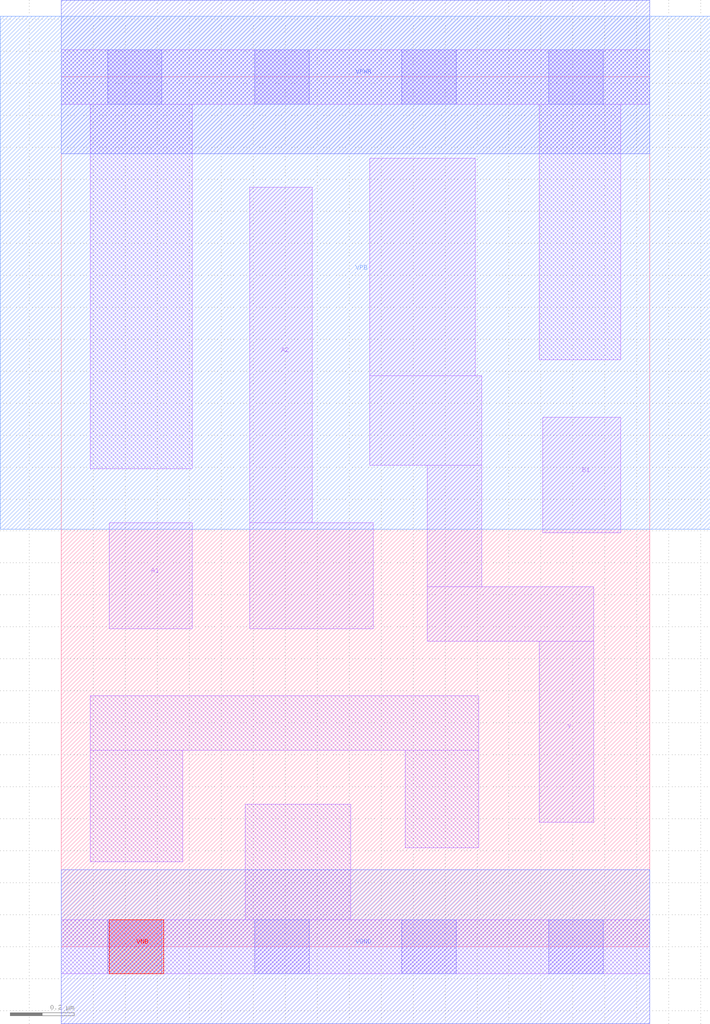
<source format=lef>
# Copyright 2020 The SkyWater PDK Authors
#
# Licensed under the Apache License, Version 2.0 (the "License");
# you may not use this file except in compliance with the License.
# You may obtain a copy of the License at
#
#     https://www.apache.org/licenses/LICENSE-2.0
#
# Unless required by applicable law or agreed to in writing, software
# distributed under the License is distributed on an "AS IS" BASIS,
# WITHOUT WARRANTIES OR CONDITIONS OF ANY KIND, either express or implied.
# See the License for the specific language governing permissions and
# limitations under the License.
#
# SPDX-License-Identifier: Apache-2.0

VERSION 5.7 ;
  NOWIREEXTENSIONATPIN ON ;
  DIVIDERCHAR "/" ;
  BUSBITCHARS "[]" ;
MACRO sky130_fd_sc_hd__o21ai_1
  CLASS CORE ;
  FOREIGN sky130_fd_sc_hd__o21ai_1 ;
  ORIGIN  0.000000  0.000000 ;
  SIZE  1.840000 BY  2.720000 ;
  SYMMETRY X Y R90 ;
  SITE unithd ;
  PIN A1
    ANTENNAGATEAREA  0.247500 ;
    DIRECTION INPUT ;
    USE SIGNAL ;
    PORT
      LAYER li1 ;
        RECT 0.150000 0.995000 0.410000 1.325000 ;
    END
  END A1
  PIN A2
    ANTENNAGATEAREA  0.247500 ;
    DIRECTION INPUT ;
    USE SIGNAL ;
    PORT
      LAYER li1 ;
        RECT 0.590000 0.995000 0.975000 1.325000 ;
        RECT 0.590000 1.325000 0.785000 2.375000 ;
    END
  END A2
  PIN B1
    ANTENNAGATEAREA  0.202500 ;
    DIRECTION INPUT ;
    USE SIGNAL ;
    PORT
      LAYER li1 ;
        RECT 1.505000 1.295000 1.750000 1.655000 ;
    END
  END B1
  PIN Y
    ANTENNADIFFAREA  0.517000 ;
    DIRECTION OUTPUT ;
    USE SIGNAL ;
    PORT
      LAYER li1 ;
        RECT 0.965000 1.505000 1.315000 1.785000 ;
        RECT 0.965000 1.785000 1.295000 2.465000 ;
        RECT 1.145000 0.955000 1.665000 1.125000 ;
        RECT 1.145000 1.125000 1.315000 1.505000 ;
        RECT 1.495000 0.390000 1.665000 0.955000 ;
    END
  END Y
  PIN VGND
    DIRECTION INOUT ;
    SHAPE ABUTMENT ;
    USE GROUND ;
    PORT
      LAYER met1 ;
        RECT 0.000000 -0.240000 1.840000 0.240000 ;
    END
  END VGND
  PIN VNB
    DIRECTION INOUT ;
    USE GROUND ;
    PORT
      LAYER pwell ;
        RECT 0.150000 -0.085000 0.320000 0.085000 ;
    END
  END VNB
  PIN VPB
    DIRECTION INOUT ;
    USE POWER ;
    PORT
      LAYER nwell ;
        RECT -0.190000 1.305000 2.030000 2.910000 ;
    END
  END VPB
  PIN VPWR
    DIRECTION INOUT ;
    SHAPE ABUTMENT ;
    USE POWER ;
    PORT
      LAYER met1 ;
        RECT 0.000000 2.480000 1.840000 2.960000 ;
    END
  END VPWR
  OBS
    LAYER li1 ;
      RECT 0.000000 -0.085000 1.840000 0.085000 ;
      RECT 0.000000  2.635000 1.840000 2.805000 ;
      RECT 0.090000  0.265000 0.380000 0.615000 ;
      RECT 0.090000  0.615000 1.305000 0.785000 ;
      RECT 0.090000  1.495000 0.410000 2.635000 ;
      RECT 0.575000  0.085000 0.905000 0.445000 ;
      RECT 1.075000  0.310000 1.305000 0.615000 ;
      RECT 1.495000  1.835000 1.750000 2.635000 ;
    LAYER mcon ;
      RECT 0.145000 -0.085000 0.315000 0.085000 ;
      RECT 0.145000  2.635000 0.315000 2.805000 ;
      RECT 0.605000 -0.085000 0.775000 0.085000 ;
      RECT 0.605000  2.635000 0.775000 2.805000 ;
      RECT 1.065000 -0.085000 1.235000 0.085000 ;
      RECT 1.065000  2.635000 1.235000 2.805000 ;
      RECT 1.525000 -0.085000 1.695000 0.085000 ;
      RECT 1.525000  2.635000 1.695000 2.805000 ;
  END
END sky130_fd_sc_hd__o21ai_1
END LIBRARY

</source>
